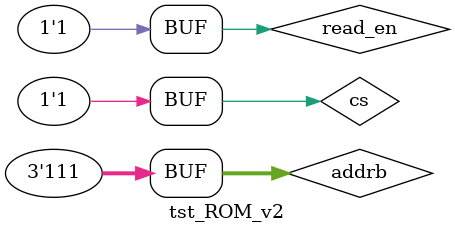
<source format=v>
module ROM_v1 (cs, addrb, datab, read_en);

	input [2:0] addrb;
	output [7:0] datab;
	input read_en, cs;
	
	reg [7:0] datab;
	
	always @ (addrb)
		if  (read_en & cs)
			case (addrb)
				0: datab = 21;
				1: datab = 255;
				2: datab = 33;
				3: datab = 99;
				4: datab = 127;
				5: datab = 13;
				6: datab = 10;
				7: datab = 88;
			endcase
		else
			datab = 8'bz;

endmodule

module tst_ROM_v1;

	reg [2:0] addrb;
	wire [7:0] datab;
	reg read_en, cs;  
	
	ROM_v1 rom1 (cs, addrb, datab, read_en);
	
	initial begin
		#0 addrb = 2;
		#10 addrb = 5;
		#10 addrb = 3;
		#5 addrb = 7;
	end
	initial begin
		#3 cs <= 1;
	end
	initial begin
		#3 read_en <= 1;
	end

endmodule

module ROM_v2 (cs, addrb, datab, read_en);

	input [2:0] addrb;
	output [7:0] datab;
	input read_en, cs;
	
	reg [7:0] datab;
	
	always @ (*)
		if  (read_en & cs)
			case (addrb)
				0: datab = 21;
				1: datab = 255;
				2: datab = 33;
				3: datab = 99;
				4: datab = 127;
				5: datab = 13;
				6: datab = 10;
				7: datab = 88;
			endcase
		else
			datab = 8'bz;

endmodule

module tst_ROM_v2;

	reg [2:0] addrb;
	wire [7:0] datab;
	reg read_en, cs;
	
	ROM_v2 rom1 (cs, addrb, datab, read_en);
	
	initial begin
		#0 addrb = 2;
		#10 addrb = 5;
		#10 addrb = 3;
		#5 addrb = 7;
	end
	initial begin
		#3 cs <= 1;
	end
	initial begin
		#3 read_en <= 1;
	end

endmodule



</source>
